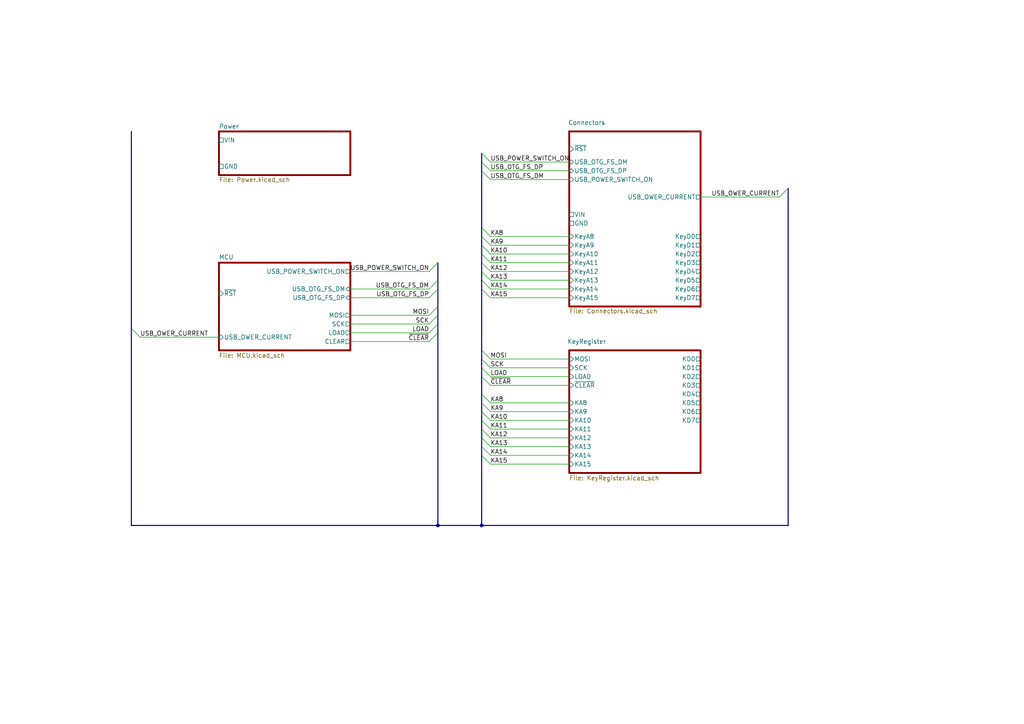
<source format=kicad_sch>
(kicad_sch (version 20211123) (generator eeschema)
  (paper "A4")
  (title_block (title "USB_Keyboard for ZX-Spectrum") (date "17.11.2022") (rev "v0.01") (company "HOBBY"))
  (lib_symbols)
  (junction (at 139.7 152.4))
  (junction (at 127 152.4))
  (bus_entry (at 139.7 124.46) (size 2.54 2.54))
  (bus_entry (at 139.7 119.38) (size 2.54 2.54))
  (bus_entry (at 139.7 68.58) (size 2.54 2.54))
  (bus_entry (at 127 83.82) (size -2.54 2.54))
  (bus_entry (at 127 93.98) (size -2.54 2.54))
  (bus_entry (at 139.7 129.54) (size 2.54 2.54))
  (bus_entry (at 139.7 73.66) (size 2.54 2.54))
  (bus_entry (at 127 96.52) (size -2.54 2.54))
  (bus_entry (at 139.7 101.6) (size 2.54 2.54))
  (bus_entry (at 127 88.9) (size -2.54 2.54))
  (bus_entry (at 127 91.44) (size -2.54 2.54))
  (bus_entry (at 142.24 49.53) (size -2.54 -2.54))
  (bus_entry (at 139.7 132.08) (size 2.54 2.54))
  (bus_entry (at 139.7 109.22) (size 2.54 2.54))
  (bus_entry (at 139.7 121.92) (size 2.54 2.54))
  (bus_entry (at 139.7 71.12) (size 2.54 2.54))
  (bus_entry (at 142.24 46.99) (size -2.54 -2.54))
  (bus_entry (at 139.7 81.28) (size 2.54 2.54))
  (bus_entry (at 139.7 78.74) (size 2.54 2.54))
  (bus_entry (at 40.64 97.79) (size -2.54 -2.54))
  (bus_entry (at 142.24 52.07) (size -2.54 -2.54))
  (bus_entry (at 139.7 127) (size 2.54 2.54))
  (bus_entry (at 139.7 114.3) (size 2.54 2.54))
  (bus_entry (at 139.7 76.2) (size 2.54 2.54))
  (bus_entry (at 139.7 83.82) (size 2.54 2.54))
  (bus_entry (at 127 76.2) (size -2.54 2.54))
  (bus_entry (at 139.7 106.68) (size 2.54 2.54))
  (bus_entry (at 139.7 104.14) (size 2.54 2.54))
  (bus_entry (at 139.7 66.04) (size 2.54 2.54))
  (bus_entry (at 226.06 57.15) (size 2.54 -2.54))
  (bus_entry (at 127 81.28) (size -2.54 2.54))
  (bus_entry (at 139.7 116.84) (size 2.54 2.54))
  (bus (pts (xy 139.7 129.54) (xy 139.7 132.08)))
  (bus (pts (xy 139.7 124.46) (xy 139.7 127)))
  (wire (pts (xy 142.24 86.36) (xy 165.1 86.36)))
  (wire (pts (xy 165.1 52.07) (xy 142.24 52.07)))
  (bus (pts (xy 139.7 104.14) (xy 139.7 106.68)))
  (wire (pts (xy 142.24 106.68) (xy 165.1 106.68)))
  (bus (pts (xy 127 91.44) (xy 127 93.98)))
  (bus (pts (xy 139.7 76.2) (xy 139.7 78.74)))
  (bus (pts (xy 139.7 109.22) (xy 139.7 114.3)))
  (wire (pts (xy 142.24 81.28) (xy 165.1 81.28)))
  (bus (pts (xy 139.7 78.74) (xy 139.7 81.28)))
  (wire (pts (xy 101.6 86.36) (xy 124.46 86.36)))
  (wire (pts (xy 101.6 91.44) (xy 124.46 91.44)))
  (wire (pts (xy 142.24 109.22) (xy 165.1 109.22)))
  (wire (pts (xy 142.24 104.14) (xy 165.1 104.14)))
  (bus (pts (xy 139.7 73.66) (xy 139.7 76.2)))
  (bus (pts (xy 139.7 119.38) (xy 139.7 121.92)))
  (bus (pts (xy 139.7 116.84) (xy 139.7 119.38)))
  (wire (pts (xy 101.6 96.52) (xy 124.46 96.52)))
  (wire (pts (xy 101.6 83.82) (xy 124.46 83.82)))
  (bus (pts (xy 139.7 106.68) (xy 139.7 109.22)))
  (bus (pts (xy 139.7 127) (xy 139.7 129.54)))
  (bus (pts (xy 139.7 71.12) (xy 139.7 73.66)))
  (bus (pts (xy 139.7 68.58) (xy 139.7 71.12)))
  (wire (pts (xy 165.1 46.99) (xy 142.24 46.99)))
  (bus (pts (xy 139.7 46.99) (xy 139.7 44.45)))
  (bus (pts (xy 139.7 81.28) (xy 139.7 83.82)))
  (wire (pts (xy 142.24 71.12) (xy 165.1 71.12)))
  (wire (pts (xy 101.6 93.98) (xy 124.46 93.98)))
  (wire (pts (xy 101.6 99.06) (xy 124.46 99.06)))
  (wire (pts (xy 63.5 97.79) (xy 40.64 97.79)))
  (bus (pts (xy 127 93.98) (xy 127 96.52)))
  (wire (pts (xy 142.24 127) (xy 165.1 127)))
  (bus (pts (xy 139.7 132.08) (xy 139.7 152.4)))
  (wire (pts (xy 203.2 57.15) (xy 226.06 57.15)))
  (wire (pts (xy 142.24 132.08) (xy 165.1 132.08)))
  (wire (pts (xy 142.24 78.74) (xy 165.1 78.74)))
  (wire (pts (xy 142.24 129.54) (xy 165.1 129.54)))
  (bus (pts (xy 139.7 83.82) (xy 139.7 101.6)))
  (bus (pts (xy 139.7 114.3) (xy 139.7 116.84)))
  (bus (pts (xy 127 83.82) (xy 127 88.9)))
  (wire (pts (xy 142.24 121.92) (xy 165.1 121.92)))
  (wire (pts (xy 142.24 83.82) (xy 165.1 83.82)))
  (wire (pts (xy 142.24 124.46) (xy 165.1 124.46)))
  (bus (pts (xy 228.6 54.61) (xy 228.6 152.4)))
  (bus (pts (xy 38.1 152.4) (xy 127 152.4)))
  (wire (pts (xy 142.24 119.38) (xy 165.1 119.38)))
  (bus (pts (xy 127 96.52) (xy 127 152.4)))
  (wire (pts (xy 142.24 68.58) (xy 165.1 68.58)))
  (wire (pts (xy 142.24 76.2) (xy 165.1 76.2)))
  (bus (pts (xy 139.7 66.04) (xy 139.7 68.58)))
  (bus (pts (xy 127 76.2) (xy 127 81.28)))
  (wire (pts (xy 142.24 134.62) (xy 165.1 134.62)))
  (bus (pts (xy 38.1 95.25) (xy 38.1 152.4)))
  (bus (pts (xy 127 88.9) (xy 127 91.44)))
  (wire (pts (xy 101.6 78.74) (xy 124.46 78.74)))
  (wire (pts (xy 142.24 73.66) (xy 165.1 73.66)))
  (bus (pts (xy 139.7 152.4) (xy 228.6 152.4)))
  (wire (pts (xy 142.24 111.76) (xy 165.1 111.76)))
  (wire (pts (xy 165.1 49.53) (xy 142.24 49.53)))
  (bus (pts (xy 139.7 49.53) (xy 139.7 46.99)))
  (bus (pts (xy 139.7 49.53) (xy 139.7 66.04)))
  (bus (pts (xy 127 152.4) (xy 139.7 152.4)))
  (bus (pts (xy 139.7 121.92) (xy 139.7 124.46)))
  (bus (pts (xy 38.1 38.1) (xy 38.1 95.25)))
  (bus (pts (xy 139.7 101.6) (xy 139.7 104.14)))
  (wire (pts (xy 142.24 116.84) (xy 165.1 116.84)))
  (bus (pts (xy 127 81.28) (xy 127 83.82)))
  (label "KA15" (at 142.24 86.36 0))
  (label "KA15" (at 142.24 134.62 0))
  (label "KA8" (at 142.24 68.58 0))
  (label "USB_POWER_SWITCH_ON" (at 142.24 46.99 0))
  (label "KA14" (at 142.24 132.08 0))
  (label "KA12" (at 142.24 78.74 0))
  (label "KA11" (at 142.24 124.46 0))
  (label "~{CLEAR}" (at 142.24 111.76 0))
  (label "USB_POWER_SWITCH_ON" (at 124.46 78.74 180))
  (label "~{CLEAR}" (at 124.46 99.06 180))
  (label "KA8" (at 142.24 116.84 0))
  (label "KA14" (at 142.24 83.82 0))
  (label "KA13" (at 142.24 129.54 0))
  (label "KA9" (at 142.24 119.38 0))
  (label "USB_OWER_CURRENT" (at 40.64 97.79 0))
  (label "USB_OTG_FS_DM" (at 124.46 83.82 180))
  (label "USB_OWER_CURRENT" (at 226.06 57.15 180))
  (label "SCK" (at 142.24 106.68 0))
  (label "USB_OTG_FS_DP" (at 124.46 86.36 180))
  (label "SCK" (at 124.46 93.98 180))
  (label "USB_OTG_FS_DP" (at 142.24 49.53 0))
  (label "KA11" (at 142.24 76.2 0))
  (label "LOAD" (at 124.46 96.52 180))
  (label "KA10" (at 142.24 121.92 0))
  (label "KA10" (at 142.24 73.66 0))
  (label "KA12" (at 142.24 127 0))
  (label "KA13" (at 142.24 81.28 0))
  (label "MOSI" (at 142.24 104.14 0))
  (label "LOAD" (at 142.24 109.22 0))
  (label "KA9" (at 142.24 71.12 0))
  (label "MOSI" (at 124.46 91.44 180))
  (label "USB_OTG_FS_DM" (at 142.24 52.07 0))
  (sheet (at 165.1 38.1) (size 38.1 50.8) (stroke (width 0.5))
    (property "Sheet name" "Connectors" (at 170.18 35.56 0))
    (property "Sheet file" "Connectors.kicad_sch" (at 165.1 89.4846 0) (effects (justify left top)))
    (pin "GND" passive (at 165.1 64.77 180))
    (pin "VIN" passive (at 165.1 62.23 180))
    (pin "USB_OTG_FS_DM" bidirectional (at 165.1 46.99 180))
    (pin "~{RST}" input (at 165.1 43.18 180))
    (pin "USB_OTG_FS_DP" bidirectional (at 165.1 49.53 180))
    (pin "USB_POWER_SWITCH_ON" input (at 165.1 52.07 180))
    (pin "USB_OWER_CURRENT" output (at 203.2 57.15 0))
    (pin "KeyD2" output (at 203.2 73.66 0))
    (pin "KeyD5" output (at 203.2 81.28 0))
    (pin "KeyD4" output (at 203.2 78.74 0))
    (pin "KeyA9" input (at 165.1 71.12 180))
    (pin "KeyD3" output (at 203.2 76.2 0))
    (pin "KeyA8" input (at 165.1 68.58 180))
    (pin "KeyD0" output (at 203.2 68.58 0))
    (pin "KeyD1" output (at 203.2 71.12 0))
    (pin "KeyA13" input (at 165.1 81.28 180))
    (pin "KeyA10" input (at 165.1 73.66 180))
    (pin "KeyA12" input (at 165.1 78.74 180))
    (pin "KeyA14" input (at 165.1 83.82 180))
    (pin "KeyA11" input (at 165.1 76.2 180))
    (pin "KeyA15" input (at 165.1 86.36 180))
    (pin "KeyD6" output (at 203.2 83.82 0))
    (pin "KeyD7" output (at 203.2 86.36 0))
  )
  (sheet (at 63.5 76.2) (size 38.1 25.4) (stroke (width 0.5))
    (property "Sheet name" "MCU" (at 63.5 75.3146 0) (effects (justify left bottom)))
    (property "Sheet file" "MCU.kicad_sch" (at 63.5 102.3584 0) (effects (justify left top)))
    (pin "USB_OTG_FS_DM" bidirectional (at 101.6 83.82 0))
    (pin "USB_OTG_FS_DP" bidirectional (at 101.6 86.36 0))
    (pin "USB_POWER_SWITCH_ON" output (at 101.6 78.74 0))
    (pin "USB_OWER_CURRENT" input (at 63.5 97.79 180))
    (pin "~{RST}" input (at 63.5 85.09 180))
    (pin "LOAD" output (at 101.6 96.52 0))
    (pin "SCK" output (at 101.6 93.98 0))
    (pin "CLEAR" output (at 101.6 99.06 0))
    (pin "MOSI" output (at 101.6 91.44 0))
  )
  (sheet (at 165.1 101.6) (size 38.1 35.56) (stroke (width 0.5))
    (property "Sheet name" "KeyRegister" (at 170.18 99.06 0))
    (property "Sheet file" "KeyRegister.kicad_sch" (at 165.1 137.9184 0) (effects (justify left top)))
    (pin "KA8" input (at 165.1 116.84 180))
    (pin "KA9" input (at 165.1 119.38 180))
    (pin "KA10" input (at 165.1 121.92 180))
    (pin "KA11" input (at 165.1 124.46 180))
    (pin "KA12" input (at 165.1 127 180))
    (pin "KA15" input (at 165.1 134.62 180))
    (pin "KA13" input (at 165.1 129.54 180))
    (pin "KA14" input (at 165.1 132.08 180))
    (pin "MOSI" input (at 165.1 104.14 180))
    (pin "LOAD" input (at 165.1 109.22 180))
    (pin "~{CLEAR}" input (at 165.1 111.76 180))
    (pin "KD1" output (at 203.2 106.68 0))
    (pin "KD0" output (at 203.2 104.14 0))
    (pin "KD3" output (at 203.2 111.76 0))
    (pin "KD2" output (at 203.2 109.22 0))
    (pin "KD4" output (at 203.2 114.3 0))
    (pin "KD5" output (at 203.2 116.84 0))
    (pin "KD7" output (at 203.2 121.92 0))
    (pin "KD6" output (at 203.2 119.38 0))
    (pin "SCK" input (at 165.1 106.68 180))
  )
  (sheet (at 63.5 38.1) (size 38.1 12.7) (stroke (width 0.5))
    (property "Sheet name" "Power" (at 63.5 37.3884 0) (effects (justify left bottom)))
    (property "Sheet file" "Power.kicad_sch" (at 63.5 51.3846 0) (effects (justify left top)))
    (pin "VIN" passive (at 63.5 40.64 180))
    (pin "GND" passive (at 63.5 48.26 180))
  )
)
</source>
